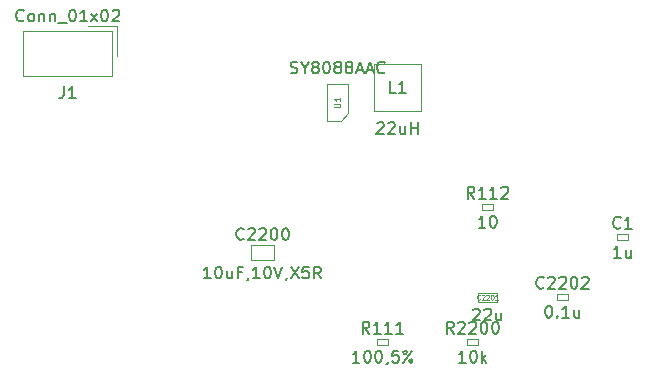
<source format=gbr>
G04 #@! TF.FileFunction,Other,Fab,Top*
%FSLAX46Y46*%
G04 Gerber Fmt 4.6, Leading zero omitted, Abs format (unit mm)*
G04 Created by KiCad (PCBNEW 4.0.7-e2-6376~61~ubuntu18.04.1) date Thu Jan  3 16:44:15 2019*
%MOMM*%
%LPD*%
G01*
G04 APERTURE LIST*
%ADD10C,0.100000*%
%ADD11C,0.150000*%
%ADD12C,0.075000*%
G04 APERTURE END LIST*
D10*
X165870000Y-118360000D02*
X165870000Y-117860000D01*
X166870000Y-118360000D02*
X165870000Y-118360000D01*
X166870000Y-117860000D02*
X166870000Y-118360000D01*
X165870000Y-117860000D02*
X166870000Y-117860000D01*
X134890000Y-120000000D02*
X134890000Y-118760000D01*
X136890000Y-120000000D02*
X134890000Y-120000000D01*
X136890000Y-118760000D02*
X136890000Y-120000000D01*
X134890000Y-118760000D02*
X136890000Y-118760000D01*
X154140000Y-123590000D02*
X154140000Y-122790000D01*
X155740000Y-123590000D02*
X154140000Y-123590000D01*
X155740000Y-122790000D02*
X155740000Y-123590000D01*
X154140000Y-122790000D02*
X155740000Y-122790000D01*
X160790000Y-123440000D02*
X160790000Y-122940000D01*
X161790000Y-123440000D02*
X160790000Y-123440000D01*
X161790000Y-122940000D02*
X161790000Y-123440000D01*
X160790000Y-122940000D02*
X161790000Y-122940000D01*
X123150000Y-104470000D02*
X123150000Y-100670000D01*
X123150000Y-100670000D02*
X115650000Y-100670000D01*
X115650000Y-100670000D02*
X115650000Y-104470000D01*
X115650000Y-104470000D02*
X123150000Y-104470000D01*
X123600000Y-102720000D02*
X123600000Y-100220000D01*
X123600000Y-100220000D02*
X121100000Y-100220000D01*
X145320000Y-103410000D02*
X145320000Y-107410000D01*
X145320000Y-107410000D02*
X149320000Y-107410000D01*
X149320000Y-107410000D02*
X149320000Y-103410000D01*
X149320000Y-103410000D02*
X145320000Y-103410000D01*
X145550000Y-127250000D02*
X145550000Y-126750000D01*
X146550000Y-127250000D02*
X145550000Y-127250000D01*
X146550000Y-126750000D02*
X146550000Y-127250000D01*
X145550000Y-126750000D02*
X146550000Y-126750000D01*
X154440000Y-115820000D02*
X154440000Y-115320000D01*
X155440000Y-115820000D02*
X154440000Y-115820000D01*
X155440000Y-115320000D02*
X155440000Y-115820000D01*
X154440000Y-115320000D02*
X155440000Y-115320000D01*
X153170000Y-127250000D02*
X153170000Y-126750000D01*
X154170000Y-127250000D02*
X153170000Y-127250000D01*
X154170000Y-126750000D02*
X154170000Y-127250000D01*
X153170000Y-126750000D02*
X154170000Y-126750000D01*
X143140000Y-107580000D02*
X142490000Y-108230000D01*
X141340000Y-108230000D02*
X142490000Y-108230000D01*
X143140000Y-107580000D02*
X143140000Y-105130000D01*
X141340000Y-105130000D02*
X143140000Y-105130000D01*
X141340000Y-108230000D02*
X141340000Y-105130000D01*
D11*
X166203334Y-119812381D02*
X165631905Y-119812381D01*
X165917619Y-119812381D02*
X165917619Y-118812381D01*
X165822381Y-118955238D01*
X165727143Y-119050476D01*
X165631905Y-119098095D01*
X167060477Y-119145714D02*
X167060477Y-119812381D01*
X166631905Y-119145714D02*
X166631905Y-119669524D01*
X166679524Y-119764762D01*
X166774762Y-119812381D01*
X166917620Y-119812381D01*
X167012858Y-119764762D01*
X167060477Y-119717143D01*
X166203334Y-117267143D02*
X166155715Y-117314762D01*
X166012858Y-117362381D01*
X165917620Y-117362381D01*
X165774762Y-117314762D01*
X165679524Y-117219524D01*
X165631905Y-117124286D01*
X165584286Y-116933810D01*
X165584286Y-116790952D01*
X165631905Y-116600476D01*
X165679524Y-116505238D01*
X165774762Y-116410000D01*
X165917620Y-116362381D01*
X166012858Y-116362381D01*
X166155715Y-116410000D01*
X166203334Y-116457619D01*
X167155715Y-117362381D02*
X166584286Y-117362381D01*
X166870000Y-117362381D02*
X166870000Y-116362381D01*
X166774762Y-116505238D01*
X166679524Y-116600476D01*
X166584286Y-116648095D01*
X131509048Y-121582381D02*
X130937619Y-121582381D01*
X131223333Y-121582381D02*
X131223333Y-120582381D01*
X131128095Y-120725238D01*
X131032857Y-120820476D01*
X130937619Y-120868095D01*
X132128095Y-120582381D02*
X132223334Y-120582381D01*
X132318572Y-120630000D01*
X132366191Y-120677619D01*
X132413810Y-120772857D01*
X132461429Y-120963333D01*
X132461429Y-121201429D01*
X132413810Y-121391905D01*
X132366191Y-121487143D01*
X132318572Y-121534762D01*
X132223334Y-121582381D01*
X132128095Y-121582381D01*
X132032857Y-121534762D01*
X131985238Y-121487143D01*
X131937619Y-121391905D01*
X131890000Y-121201429D01*
X131890000Y-120963333D01*
X131937619Y-120772857D01*
X131985238Y-120677619D01*
X132032857Y-120630000D01*
X132128095Y-120582381D01*
X133318572Y-120915714D02*
X133318572Y-121582381D01*
X132890000Y-120915714D02*
X132890000Y-121439524D01*
X132937619Y-121534762D01*
X133032857Y-121582381D01*
X133175715Y-121582381D01*
X133270953Y-121534762D01*
X133318572Y-121487143D01*
X134128096Y-121058571D02*
X133794762Y-121058571D01*
X133794762Y-121582381D02*
X133794762Y-120582381D01*
X134270953Y-120582381D01*
X134699524Y-121534762D02*
X134699524Y-121582381D01*
X134651905Y-121677619D01*
X134604286Y-121725238D01*
X135651905Y-121582381D02*
X135080476Y-121582381D01*
X135366190Y-121582381D02*
X135366190Y-120582381D01*
X135270952Y-120725238D01*
X135175714Y-120820476D01*
X135080476Y-120868095D01*
X136270952Y-120582381D02*
X136366191Y-120582381D01*
X136461429Y-120630000D01*
X136509048Y-120677619D01*
X136556667Y-120772857D01*
X136604286Y-120963333D01*
X136604286Y-121201429D01*
X136556667Y-121391905D01*
X136509048Y-121487143D01*
X136461429Y-121534762D01*
X136366191Y-121582381D01*
X136270952Y-121582381D01*
X136175714Y-121534762D01*
X136128095Y-121487143D01*
X136080476Y-121391905D01*
X136032857Y-121201429D01*
X136032857Y-120963333D01*
X136080476Y-120772857D01*
X136128095Y-120677619D01*
X136175714Y-120630000D01*
X136270952Y-120582381D01*
X136890000Y-120582381D02*
X137223333Y-121582381D01*
X137556667Y-120582381D01*
X137937619Y-121534762D02*
X137937619Y-121582381D01*
X137890000Y-121677619D01*
X137842381Y-121725238D01*
X138270952Y-120582381D02*
X138937619Y-121582381D01*
X138937619Y-120582381D02*
X138270952Y-121582381D01*
X139794762Y-120582381D02*
X139318571Y-120582381D01*
X139270952Y-121058571D01*
X139318571Y-121010952D01*
X139413809Y-120963333D01*
X139651905Y-120963333D01*
X139747143Y-121010952D01*
X139794762Y-121058571D01*
X139842381Y-121153810D01*
X139842381Y-121391905D01*
X139794762Y-121487143D01*
X139747143Y-121534762D01*
X139651905Y-121582381D01*
X139413809Y-121582381D01*
X139318571Y-121534762D01*
X139270952Y-121487143D01*
X140842381Y-121582381D02*
X140509047Y-121106190D01*
X140270952Y-121582381D02*
X140270952Y-120582381D01*
X140651905Y-120582381D01*
X140747143Y-120630000D01*
X140794762Y-120677619D01*
X140842381Y-120772857D01*
X140842381Y-120915714D01*
X140794762Y-121010952D01*
X140747143Y-121058571D01*
X140651905Y-121106190D01*
X140270952Y-121106190D01*
X134294762Y-118237143D02*
X134247143Y-118284762D01*
X134104286Y-118332381D01*
X134009048Y-118332381D01*
X133866190Y-118284762D01*
X133770952Y-118189524D01*
X133723333Y-118094286D01*
X133675714Y-117903810D01*
X133675714Y-117760952D01*
X133723333Y-117570476D01*
X133770952Y-117475238D01*
X133866190Y-117380000D01*
X134009048Y-117332381D01*
X134104286Y-117332381D01*
X134247143Y-117380000D01*
X134294762Y-117427619D01*
X134675714Y-117427619D02*
X134723333Y-117380000D01*
X134818571Y-117332381D01*
X135056667Y-117332381D01*
X135151905Y-117380000D01*
X135199524Y-117427619D01*
X135247143Y-117522857D01*
X135247143Y-117618095D01*
X135199524Y-117760952D01*
X134628095Y-118332381D01*
X135247143Y-118332381D01*
X135628095Y-117427619D02*
X135675714Y-117380000D01*
X135770952Y-117332381D01*
X136009048Y-117332381D01*
X136104286Y-117380000D01*
X136151905Y-117427619D01*
X136199524Y-117522857D01*
X136199524Y-117618095D01*
X136151905Y-117760952D01*
X135580476Y-118332381D01*
X136199524Y-118332381D01*
X136818571Y-117332381D02*
X136913810Y-117332381D01*
X137009048Y-117380000D01*
X137056667Y-117427619D01*
X137104286Y-117522857D01*
X137151905Y-117713333D01*
X137151905Y-117951429D01*
X137104286Y-118141905D01*
X137056667Y-118237143D01*
X137009048Y-118284762D01*
X136913810Y-118332381D01*
X136818571Y-118332381D01*
X136723333Y-118284762D01*
X136675714Y-118237143D01*
X136628095Y-118141905D01*
X136580476Y-117951429D01*
X136580476Y-117713333D01*
X136628095Y-117522857D01*
X136675714Y-117427619D01*
X136723333Y-117380000D01*
X136818571Y-117332381D01*
X137770952Y-117332381D02*
X137866191Y-117332381D01*
X137961429Y-117380000D01*
X138009048Y-117427619D01*
X138056667Y-117522857D01*
X138104286Y-117713333D01*
X138104286Y-117951429D01*
X138056667Y-118141905D01*
X138009048Y-118237143D01*
X137961429Y-118284762D01*
X137866191Y-118332381D01*
X137770952Y-118332381D01*
X137675714Y-118284762D01*
X137628095Y-118237143D01*
X137580476Y-118141905D01*
X137532857Y-117951429D01*
X137532857Y-117713333D01*
X137580476Y-117522857D01*
X137628095Y-117427619D01*
X137675714Y-117380000D01*
X137770952Y-117332381D01*
X153725714Y-124237619D02*
X153773333Y-124190000D01*
X153868571Y-124142381D01*
X154106667Y-124142381D01*
X154201905Y-124190000D01*
X154249524Y-124237619D01*
X154297143Y-124332857D01*
X154297143Y-124428095D01*
X154249524Y-124570952D01*
X153678095Y-125142381D01*
X154297143Y-125142381D01*
X154678095Y-124237619D02*
X154725714Y-124190000D01*
X154820952Y-124142381D01*
X155059048Y-124142381D01*
X155154286Y-124190000D01*
X155201905Y-124237619D01*
X155249524Y-124332857D01*
X155249524Y-124428095D01*
X155201905Y-124570952D01*
X154630476Y-125142381D01*
X155249524Y-125142381D01*
X156106667Y-124475714D02*
X156106667Y-125142381D01*
X155678095Y-124475714D02*
X155678095Y-124999524D01*
X155725714Y-125094762D01*
X155820952Y-125142381D01*
X155963810Y-125142381D01*
X156059048Y-125094762D01*
X156106667Y-125047143D01*
D12*
X154301906Y-123332857D02*
X154282858Y-123351905D01*
X154225715Y-123370952D01*
X154187620Y-123370952D01*
X154130477Y-123351905D01*
X154092382Y-123313810D01*
X154073334Y-123275714D01*
X154054286Y-123199524D01*
X154054286Y-123142381D01*
X154073334Y-123066190D01*
X154092382Y-123028095D01*
X154130477Y-122990000D01*
X154187620Y-122970952D01*
X154225715Y-122970952D01*
X154282858Y-122990000D01*
X154301906Y-123009048D01*
X154454286Y-123009048D02*
X154473334Y-122990000D01*
X154511429Y-122970952D01*
X154606667Y-122970952D01*
X154644763Y-122990000D01*
X154663810Y-123009048D01*
X154682858Y-123047143D01*
X154682858Y-123085238D01*
X154663810Y-123142381D01*
X154435239Y-123370952D01*
X154682858Y-123370952D01*
X154835238Y-123009048D02*
X154854286Y-122990000D01*
X154892381Y-122970952D01*
X154987619Y-122970952D01*
X155025715Y-122990000D01*
X155044762Y-123009048D01*
X155063810Y-123047143D01*
X155063810Y-123085238D01*
X155044762Y-123142381D01*
X154816191Y-123370952D01*
X155063810Y-123370952D01*
X155311429Y-122970952D02*
X155349524Y-122970952D01*
X155387619Y-122990000D01*
X155406667Y-123009048D01*
X155425714Y-123047143D01*
X155444762Y-123123333D01*
X155444762Y-123218571D01*
X155425714Y-123294762D01*
X155406667Y-123332857D01*
X155387619Y-123351905D01*
X155349524Y-123370952D01*
X155311429Y-123370952D01*
X155273333Y-123351905D01*
X155254286Y-123332857D01*
X155235238Y-123294762D01*
X155216190Y-123218571D01*
X155216190Y-123123333D01*
X155235238Y-123047143D01*
X155254286Y-123009048D01*
X155273333Y-122990000D01*
X155311429Y-122970952D01*
X155825714Y-123370952D02*
X155597142Y-123370952D01*
X155711428Y-123370952D02*
X155711428Y-122970952D01*
X155673333Y-123028095D01*
X155635238Y-123066190D01*
X155597142Y-123085238D01*
D11*
X160075714Y-123892381D02*
X160170953Y-123892381D01*
X160266191Y-123940000D01*
X160313810Y-123987619D01*
X160361429Y-124082857D01*
X160409048Y-124273333D01*
X160409048Y-124511429D01*
X160361429Y-124701905D01*
X160313810Y-124797143D01*
X160266191Y-124844762D01*
X160170953Y-124892381D01*
X160075714Y-124892381D01*
X159980476Y-124844762D01*
X159932857Y-124797143D01*
X159885238Y-124701905D01*
X159837619Y-124511429D01*
X159837619Y-124273333D01*
X159885238Y-124082857D01*
X159932857Y-123987619D01*
X159980476Y-123940000D01*
X160075714Y-123892381D01*
X160837619Y-124797143D02*
X160885238Y-124844762D01*
X160837619Y-124892381D01*
X160790000Y-124844762D01*
X160837619Y-124797143D01*
X160837619Y-124892381D01*
X161837619Y-124892381D02*
X161266190Y-124892381D01*
X161551904Y-124892381D02*
X161551904Y-123892381D01*
X161456666Y-124035238D01*
X161361428Y-124130476D01*
X161266190Y-124178095D01*
X162694762Y-124225714D02*
X162694762Y-124892381D01*
X162266190Y-124225714D02*
X162266190Y-124749524D01*
X162313809Y-124844762D01*
X162409047Y-124892381D01*
X162551905Y-124892381D01*
X162647143Y-124844762D01*
X162694762Y-124797143D01*
X159694762Y-122347143D02*
X159647143Y-122394762D01*
X159504286Y-122442381D01*
X159409048Y-122442381D01*
X159266190Y-122394762D01*
X159170952Y-122299524D01*
X159123333Y-122204286D01*
X159075714Y-122013810D01*
X159075714Y-121870952D01*
X159123333Y-121680476D01*
X159170952Y-121585238D01*
X159266190Y-121490000D01*
X159409048Y-121442381D01*
X159504286Y-121442381D01*
X159647143Y-121490000D01*
X159694762Y-121537619D01*
X160075714Y-121537619D02*
X160123333Y-121490000D01*
X160218571Y-121442381D01*
X160456667Y-121442381D01*
X160551905Y-121490000D01*
X160599524Y-121537619D01*
X160647143Y-121632857D01*
X160647143Y-121728095D01*
X160599524Y-121870952D01*
X160028095Y-122442381D01*
X160647143Y-122442381D01*
X161028095Y-121537619D02*
X161075714Y-121490000D01*
X161170952Y-121442381D01*
X161409048Y-121442381D01*
X161504286Y-121490000D01*
X161551905Y-121537619D01*
X161599524Y-121632857D01*
X161599524Y-121728095D01*
X161551905Y-121870952D01*
X160980476Y-122442381D01*
X161599524Y-122442381D01*
X162218571Y-121442381D02*
X162313810Y-121442381D01*
X162409048Y-121490000D01*
X162456667Y-121537619D01*
X162504286Y-121632857D01*
X162551905Y-121823333D01*
X162551905Y-122061429D01*
X162504286Y-122251905D01*
X162456667Y-122347143D01*
X162409048Y-122394762D01*
X162313810Y-122442381D01*
X162218571Y-122442381D01*
X162123333Y-122394762D01*
X162075714Y-122347143D01*
X162028095Y-122251905D01*
X161980476Y-122061429D01*
X161980476Y-121823333D01*
X162028095Y-121632857D01*
X162075714Y-121537619D01*
X162123333Y-121490000D01*
X162218571Y-121442381D01*
X162932857Y-121537619D02*
X162980476Y-121490000D01*
X163075714Y-121442381D01*
X163313810Y-121442381D01*
X163409048Y-121490000D01*
X163456667Y-121537619D01*
X163504286Y-121632857D01*
X163504286Y-121728095D01*
X163456667Y-121870952D01*
X162885238Y-122442381D01*
X163504286Y-122442381D01*
X115661905Y-99727143D02*
X115614286Y-99774762D01*
X115471429Y-99822381D01*
X115376191Y-99822381D01*
X115233333Y-99774762D01*
X115138095Y-99679524D01*
X115090476Y-99584286D01*
X115042857Y-99393810D01*
X115042857Y-99250952D01*
X115090476Y-99060476D01*
X115138095Y-98965238D01*
X115233333Y-98870000D01*
X115376191Y-98822381D01*
X115471429Y-98822381D01*
X115614286Y-98870000D01*
X115661905Y-98917619D01*
X116233333Y-99822381D02*
X116138095Y-99774762D01*
X116090476Y-99727143D01*
X116042857Y-99631905D01*
X116042857Y-99346190D01*
X116090476Y-99250952D01*
X116138095Y-99203333D01*
X116233333Y-99155714D01*
X116376191Y-99155714D01*
X116471429Y-99203333D01*
X116519048Y-99250952D01*
X116566667Y-99346190D01*
X116566667Y-99631905D01*
X116519048Y-99727143D01*
X116471429Y-99774762D01*
X116376191Y-99822381D01*
X116233333Y-99822381D01*
X116995238Y-99155714D02*
X116995238Y-99822381D01*
X116995238Y-99250952D02*
X117042857Y-99203333D01*
X117138095Y-99155714D01*
X117280953Y-99155714D01*
X117376191Y-99203333D01*
X117423810Y-99298571D01*
X117423810Y-99822381D01*
X117900000Y-99155714D02*
X117900000Y-99822381D01*
X117900000Y-99250952D02*
X117947619Y-99203333D01*
X118042857Y-99155714D01*
X118185715Y-99155714D01*
X118280953Y-99203333D01*
X118328572Y-99298571D01*
X118328572Y-99822381D01*
X118566667Y-99917619D02*
X119328572Y-99917619D01*
X119757143Y-98822381D02*
X119852382Y-98822381D01*
X119947620Y-98870000D01*
X119995239Y-98917619D01*
X120042858Y-99012857D01*
X120090477Y-99203333D01*
X120090477Y-99441429D01*
X120042858Y-99631905D01*
X119995239Y-99727143D01*
X119947620Y-99774762D01*
X119852382Y-99822381D01*
X119757143Y-99822381D01*
X119661905Y-99774762D01*
X119614286Y-99727143D01*
X119566667Y-99631905D01*
X119519048Y-99441429D01*
X119519048Y-99203333D01*
X119566667Y-99012857D01*
X119614286Y-98917619D01*
X119661905Y-98870000D01*
X119757143Y-98822381D01*
X121042858Y-99822381D02*
X120471429Y-99822381D01*
X120757143Y-99822381D02*
X120757143Y-98822381D01*
X120661905Y-98965238D01*
X120566667Y-99060476D01*
X120471429Y-99108095D01*
X121376191Y-99822381D02*
X121900001Y-99155714D01*
X121376191Y-99155714D02*
X121900001Y-99822381D01*
X122471429Y-98822381D02*
X122566668Y-98822381D01*
X122661906Y-98870000D01*
X122709525Y-98917619D01*
X122757144Y-99012857D01*
X122804763Y-99203333D01*
X122804763Y-99441429D01*
X122757144Y-99631905D01*
X122709525Y-99727143D01*
X122661906Y-99774762D01*
X122566668Y-99822381D01*
X122471429Y-99822381D01*
X122376191Y-99774762D01*
X122328572Y-99727143D01*
X122280953Y-99631905D01*
X122233334Y-99441429D01*
X122233334Y-99203333D01*
X122280953Y-99012857D01*
X122328572Y-98917619D01*
X122376191Y-98870000D01*
X122471429Y-98822381D01*
X123185715Y-98917619D02*
X123233334Y-98870000D01*
X123328572Y-98822381D01*
X123566668Y-98822381D01*
X123661906Y-98870000D01*
X123709525Y-98917619D01*
X123757144Y-99012857D01*
X123757144Y-99108095D01*
X123709525Y-99250952D01*
X123138096Y-99822381D01*
X123757144Y-99822381D01*
X119066667Y-105322381D02*
X119066667Y-106036667D01*
X119019047Y-106179524D01*
X118923809Y-106274762D01*
X118780952Y-106322381D01*
X118685714Y-106322381D01*
X120066667Y-106322381D02*
X119495238Y-106322381D01*
X119780952Y-106322381D02*
X119780952Y-105322381D01*
X119685714Y-105465238D01*
X119590476Y-105560476D01*
X119495238Y-105608095D01*
X145581905Y-108457619D02*
X145629524Y-108410000D01*
X145724762Y-108362381D01*
X145962858Y-108362381D01*
X146058096Y-108410000D01*
X146105715Y-108457619D01*
X146153334Y-108552857D01*
X146153334Y-108648095D01*
X146105715Y-108790952D01*
X145534286Y-109362381D01*
X146153334Y-109362381D01*
X146534286Y-108457619D02*
X146581905Y-108410000D01*
X146677143Y-108362381D01*
X146915239Y-108362381D01*
X147010477Y-108410000D01*
X147058096Y-108457619D01*
X147105715Y-108552857D01*
X147105715Y-108648095D01*
X147058096Y-108790952D01*
X146486667Y-109362381D01*
X147105715Y-109362381D01*
X147962858Y-108695714D02*
X147962858Y-109362381D01*
X147534286Y-108695714D02*
X147534286Y-109219524D01*
X147581905Y-109314762D01*
X147677143Y-109362381D01*
X147820001Y-109362381D01*
X147915239Y-109314762D01*
X147962858Y-109267143D01*
X148439048Y-109362381D02*
X148439048Y-108362381D01*
X148439048Y-108838571D02*
X149010477Y-108838571D01*
X149010477Y-109362381D02*
X149010477Y-108362381D01*
X147153334Y-105862381D02*
X146677143Y-105862381D01*
X146677143Y-104862381D01*
X148010477Y-105862381D02*
X147439048Y-105862381D01*
X147724762Y-105862381D02*
X147724762Y-104862381D01*
X147629524Y-105005238D01*
X147534286Y-105100476D01*
X147439048Y-105148095D01*
X144097620Y-128702381D02*
X143526191Y-128702381D01*
X143811905Y-128702381D02*
X143811905Y-127702381D01*
X143716667Y-127845238D01*
X143621429Y-127940476D01*
X143526191Y-127988095D01*
X144716667Y-127702381D02*
X144811906Y-127702381D01*
X144907144Y-127750000D01*
X144954763Y-127797619D01*
X145002382Y-127892857D01*
X145050001Y-128083333D01*
X145050001Y-128321429D01*
X145002382Y-128511905D01*
X144954763Y-128607143D01*
X144907144Y-128654762D01*
X144811906Y-128702381D01*
X144716667Y-128702381D01*
X144621429Y-128654762D01*
X144573810Y-128607143D01*
X144526191Y-128511905D01*
X144478572Y-128321429D01*
X144478572Y-128083333D01*
X144526191Y-127892857D01*
X144573810Y-127797619D01*
X144621429Y-127750000D01*
X144716667Y-127702381D01*
X145669048Y-127702381D02*
X145764287Y-127702381D01*
X145859525Y-127750000D01*
X145907144Y-127797619D01*
X145954763Y-127892857D01*
X146002382Y-128083333D01*
X146002382Y-128321429D01*
X145954763Y-128511905D01*
X145907144Y-128607143D01*
X145859525Y-128654762D01*
X145764287Y-128702381D01*
X145669048Y-128702381D01*
X145573810Y-128654762D01*
X145526191Y-128607143D01*
X145478572Y-128511905D01*
X145430953Y-128321429D01*
X145430953Y-128083333D01*
X145478572Y-127892857D01*
X145526191Y-127797619D01*
X145573810Y-127750000D01*
X145669048Y-127702381D01*
X146478572Y-128654762D02*
X146478572Y-128702381D01*
X146430953Y-128797619D01*
X146383334Y-128845238D01*
X147383334Y-127702381D02*
X146907143Y-127702381D01*
X146859524Y-128178571D01*
X146907143Y-128130952D01*
X147002381Y-128083333D01*
X147240477Y-128083333D01*
X147335715Y-128130952D01*
X147383334Y-128178571D01*
X147430953Y-128273810D01*
X147430953Y-128511905D01*
X147383334Y-128607143D01*
X147335715Y-128654762D01*
X147240477Y-128702381D01*
X147002381Y-128702381D01*
X146907143Y-128654762D01*
X146859524Y-128607143D01*
X147811905Y-128702381D02*
X148573810Y-127702381D01*
X147954762Y-127702381D02*
X148050000Y-127750000D01*
X148097619Y-127845238D01*
X148050000Y-127940476D01*
X147954762Y-127988095D01*
X147859524Y-127940476D01*
X147811905Y-127845238D01*
X147859524Y-127750000D01*
X147954762Y-127702381D01*
X148526191Y-128654762D02*
X148573810Y-128559524D01*
X148526191Y-128464286D01*
X148430953Y-128416667D01*
X148335715Y-128464286D01*
X148288096Y-128559524D01*
X148335715Y-128654762D01*
X148430953Y-128702381D01*
X148526191Y-128654762D01*
X144930953Y-126252381D02*
X144597619Y-125776190D01*
X144359524Y-126252381D02*
X144359524Y-125252381D01*
X144740477Y-125252381D01*
X144835715Y-125300000D01*
X144883334Y-125347619D01*
X144930953Y-125442857D01*
X144930953Y-125585714D01*
X144883334Y-125680952D01*
X144835715Y-125728571D01*
X144740477Y-125776190D01*
X144359524Y-125776190D01*
X145883334Y-126252381D02*
X145311905Y-126252381D01*
X145597619Y-126252381D02*
X145597619Y-125252381D01*
X145502381Y-125395238D01*
X145407143Y-125490476D01*
X145311905Y-125538095D01*
X146835715Y-126252381D02*
X146264286Y-126252381D01*
X146550000Y-126252381D02*
X146550000Y-125252381D01*
X146454762Y-125395238D01*
X146359524Y-125490476D01*
X146264286Y-125538095D01*
X147788096Y-126252381D02*
X147216667Y-126252381D01*
X147502381Y-126252381D02*
X147502381Y-125252381D01*
X147407143Y-125395238D01*
X147311905Y-125490476D01*
X147216667Y-125538095D01*
X154749524Y-117272381D02*
X154178095Y-117272381D01*
X154463809Y-117272381D02*
X154463809Y-116272381D01*
X154368571Y-116415238D01*
X154273333Y-116510476D01*
X154178095Y-116558095D01*
X155368571Y-116272381D02*
X155463810Y-116272381D01*
X155559048Y-116320000D01*
X155606667Y-116367619D01*
X155654286Y-116462857D01*
X155701905Y-116653333D01*
X155701905Y-116891429D01*
X155654286Y-117081905D01*
X155606667Y-117177143D01*
X155559048Y-117224762D01*
X155463810Y-117272381D01*
X155368571Y-117272381D01*
X155273333Y-117224762D01*
X155225714Y-117177143D01*
X155178095Y-117081905D01*
X155130476Y-116891429D01*
X155130476Y-116653333D01*
X155178095Y-116462857D01*
X155225714Y-116367619D01*
X155273333Y-116320000D01*
X155368571Y-116272381D01*
X153820953Y-114822381D02*
X153487619Y-114346190D01*
X153249524Y-114822381D02*
X153249524Y-113822381D01*
X153630477Y-113822381D01*
X153725715Y-113870000D01*
X153773334Y-113917619D01*
X153820953Y-114012857D01*
X153820953Y-114155714D01*
X153773334Y-114250952D01*
X153725715Y-114298571D01*
X153630477Y-114346190D01*
X153249524Y-114346190D01*
X154773334Y-114822381D02*
X154201905Y-114822381D01*
X154487619Y-114822381D02*
X154487619Y-113822381D01*
X154392381Y-113965238D01*
X154297143Y-114060476D01*
X154201905Y-114108095D01*
X155725715Y-114822381D02*
X155154286Y-114822381D01*
X155440000Y-114822381D02*
X155440000Y-113822381D01*
X155344762Y-113965238D01*
X155249524Y-114060476D01*
X155154286Y-114108095D01*
X156106667Y-113917619D02*
X156154286Y-113870000D01*
X156249524Y-113822381D01*
X156487620Y-113822381D01*
X156582858Y-113870000D01*
X156630477Y-113917619D01*
X156678096Y-114012857D01*
X156678096Y-114108095D01*
X156630477Y-114250952D01*
X156059048Y-114822381D01*
X156678096Y-114822381D01*
X153074762Y-128702381D02*
X152503333Y-128702381D01*
X152789047Y-128702381D02*
X152789047Y-127702381D01*
X152693809Y-127845238D01*
X152598571Y-127940476D01*
X152503333Y-127988095D01*
X153693809Y-127702381D02*
X153789048Y-127702381D01*
X153884286Y-127750000D01*
X153931905Y-127797619D01*
X153979524Y-127892857D01*
X154027143Y-128083333D01*
X154027143Y-128321429D01*
X153979524Y-128511905D01*
X153931905Y-128607143D01*
X153884286Y-128654762D01*
X153789048Y-128702381D01*
X153693809Y-128702381D01*
X153598571Y-128654762D01*
X153550952Y-128607143D01*
X153503333Y-128511905D01*
X153455714Y-128321429D01*
X153455714Y-128083333D01*
X153503333Y-127892857D01*
X153550952Y-127797619D01*
X153598571Y-127750000D01*
X153693809Y-127702381D01*
X154455714Y-128702381D02*
X154455714Y-127702381D01*
X154550952Y-128321429D02*
X154836667Y-128702381D01*
X154836667Y-128035714D02*
X154455714Y-128416667D01*
X152074762Y-126252381D02*
X151741428Y-125776190D01*
X151503333Y-126252381D02*
X151503333Y-125252381D01*
X151884286Y-125252381D01*
X151979524Y-125300000D01*
X152027143Y-125347619D01*
X152074762Y-125442857D01*
X152074762Y-125585714D01*
X152027143Y-125680952D01*
X151979524Y-125728571D01*
X151884286Y-125776190D01*
X151503333Y-125776190D01*
X152455714Y-125347619D02*
X152503333Y-125300000D01*
X152598571Y-125252381D01*
X152836667Y-125252381D01*
X152931905Y-125300000D01*
X152979524Y-125347619D01*
X153027143Y-125442857D01*
X153027143Y-125538095D01*
X152979524Y-125680952D01*
X152408095Y-126252381D01*
X153027143Y-126252381D01*
X153408095Y-125347619D02*
X153455714Y-125300000D01*
X153550952Y-125252381D01*
X153789048Y-125252381D01*
X153884286Y-125300000D01*
X153931905Y-125347619D01*
X153979524Y-125442857D01*
X153979524Y-125538095D01*
X153931905Y-125680952D01*
X153360476Y-126252381D01*
X153979524Y-126252381D01*
X154598571Y-125252381D02*
X154693810Y-125252381D01*
X154789048Y-125300000D01*
X154836667Y-125347619D01*
X154884286Y-125442857D01*
X154931905Y-125633333D01*
X154931905Y-125871429D01*
X154884286Y-126061905D01*
X154836667Y-126157143D01*
X154789048Y-126204762D01*
X154693810Y-126252381D01*
X154598571Y-126252381D01*
X154503333Y-126204762D01*
X154455714Y-126157143D01*
X154408095Y-126061905D01*
X154360476Y-125871429D01*
X154360476Y-125633333D01*
X154408095Y-125442857D01*
X154455714Y-125347619D01*
X154503333Y-125300000D01*
X154598571Y-125252381D01*
X155550952Y-125252381D02*
X155646191Y-125252381D01*
X155741429Y-125300000D01*
X155789048Y-125347619D01*
X155836667Y-125442857D01*
X155884286Y-125633333D01*
X155884286Y-125871429D01*
X155836667Y-126061905D01*
X155789048Y-126157143D01*
X155741429Y-126204762D01*
X155646191Y-126252381D01*
X155550952Y-126252381D01*
X155455714Y-126204762D01*
X155408095Y-126157143D01*
X155360476Y-126061905D01*
X155312857Y-125871429D01*
X155312857Y-125633333D01*
X155360476Y-125442857D01*
X155408095Y-125347619D01*
X155455714Y-125300000D01*
X155550952Y-125252381D01*
X138263809Y-104184762D02*
X138406666Y-104232381D01*
X138644762Y-104232381D01*
X138740000Y-104184762D01*
X138787619Y-104137143D01*
X138835238Y-104041905D01*
X138835238Y-103946667D01*
X138787619Y-103851429D01*
X138740000Y-103803810D01*
X138644762Y-103756190D01*
X138454285Y-103708571D01*
X138359047Y-103660952D01*
X138311428Y-103613333D01*
X138263809Y-103518095D01*
X138263809Y-103422857D01*
X138311428Y-103327619D01*
X138359047Y-103280000D01*
X138454285Y-103232381D01*
X138692381Y-103232381D01*
X138835238Y-103280000D01*
X139454285Y-103756190D02*
X139454285Y-104232381D01*
X139120952Y-103232381D02*
X139454285Y-103756190D01*
X139787619Y-103232381D01*
X140263809Y-103660952D02*
X140168571Y-103613333D01*
X140120952Y-103565714D01*
X140073333Y-103470476D01*
X140073333Y-103422857D01*
X140120952Y-103327619D01*
X140168571Y-103280000D01*
X140263809Y-103232381D01*
X140454286Y-103232381D01*
X140549524Y-103280000D01*
X140597143Y-103327619D01*
X140644762Y-103422857D01*
X140644762Y-103470476D01*
X140597143Y-103565714D01*
X140549524Y-103613333D01*
X140454286Y-103660952D01*
X140263809Y-103660952D01*
X140168571Y-103708571D01*
X140120952Y-103756190D01*
X140073333Y-103851429D01*
X140073333Y-104041905D01*
X140120952Y-104137143D01*
X140168571Y-104184762D01*
X140263809Y-104232381D01*
X140454286Y-104232381D01*
X140549524Y-104184762D01*
X140597143Y-104137143D01*
X140644762Y-104041905D01*
X140644762Y-103851429D01*
X140597143Y-103756190D01*
X140549524Y-103708571D01*
X140454286Y-103660952D01*
X141263809Y-103232381D02*
X141359048Y-103232381D01*
X141454286Y-103280000D01*
X141501905Y-103327619D01*
X141549524Y-103422857D01*
X141597143Y-103613333D01*
X141597143Y-103851429D01*
X141549524Y-104041905D01*
X141501905Y-104137143D01*
X141454286Y-104184762D01*
X141359048Y-104232381D01*
X141263809Y-104232381D01*
X141168571Y-104184762D01*
X141120952Y-104137143D01*
X141073333Y-104041905D01*
X141025714Y-103851429D01*
X141025714Y-103613333D01*
X141073333Y-103422857D01*
X141120952Y-103327619D01*
X141168571Y-103280000D01*
X141263809Y-103232381D01*
X142168571Y-103660952D02*
X142073333Y-103613333D01*
X142025714Y-103565714D01*
X141978095Y-103470476D01*
X141978095Y-103422857D01*
X142025714Y-103327619D01*
X142073333Y-103280000D01*
X142168571Y-103232381D01*
X142359048Y-103232381D01*
X142454286Y-103280000D01*
X142501905Y-103327619D01*
X142549524Y-103422857D01*
X142549524Y-103470476D01*
X142501905Y-103565714D01*
X142454286Y-103613333D01*
X142359048Y-103660952D01*
X142168571Y-103660952D01*
X142073333Y-103708571D01*
X142025714Y-103756190D01*
X141978095Y-103851429D01*
X141978095Y-104041905D01*
X142025714Y-104137143D01*
X142073333Y-104184762D01*
X142168571Y-104232381D01*
X142359048Y-104232381D01*
X142454286Y-104184762D01*
X142501905Y-104137143D01*
X142549524Y-104041905D01*
X142549524Y-103851429D01*
X142501905Y-103756190D01*
X142454286Y-103708571D01*
X142359048Y-103660952D01*
X143120952Y-103660952D02*
X143025714Y-103613333D01*
X142978095Y-103565714D01*
X142930476Y-103470476D01*
X142930476Y-103422857D01*
X142978095Y-103327619D01*
X143025714Y-103280000D01*
X143120952Y-103232381D01*
X143311429Y-103232381D01*
X143406667Y-103280000D01*
X143454286Y-103327619D01*
X143501905Y-103422857D01*
X143501905Y-103470476D01*
X143454286Y-103565714D01*
X143406667Y-103613333D01*
X143311429Y-103660952D01*
X143120952Y-103660952D01*
X143025714Y-103708571D01*
X142978095Y-103756190D01*
X142930476Y-103851429D01*
X142930476Y-104041905D01*
X142978095Y-104137143D01*
X143025714Y-104184762D01*
X143120952Y-104232381D01*
X143311429Y-104232381D01*
X143406667Y-104184762D01*
X143454286Y-104137143D01*
X143501905Y-104041905D01*
X143501905Y-103851429D01*
X143454286Y-103756190D01*
X143406667Y-103708571D01*
X143311429Y-103660952D01*
X143882857Y-103946667D02*
X144359048Y-103946667D01*
X143787619Y-104232381D02*
X144120952Y-103232381D01*
X144454286Y-104232381D01*
X144740000Y-103946667D02*
X145216191Y-103946667D01*
X144644762Y-104232381D02*
X144978095Y-103232381D01*
X145311429Y-104232381D01*
X146216191Y-104137143D02*
X146168572Y-104184762D01*
X146025715Y-104232381D01*
X145930477Y-104232381D01*
X145787619Y-104184762D01*
X145692381Y-104089524D01*
X145644762Y-103994286D01*
X145597143Y-103803810D01*
X145597143Y-103660952D01*
X145644762Y-103470476D01*
X145692381Y-103375238D01*
X145787619Y-103280000D01*
X145930477Y-103232381D01*
X146025715Y-103232381D01*
X146168572Y-103280000D01*
X146216191Y-103327619D01*
D12*
X141966190Y-107060952D02*
X142370952Y-107060952D01*
X142418571Y-107037143D01*
X142442381Y-107013333D01*
X142466190Y-106965714D01*
X142466190Y-106870476D01*
X142442381Y-106822857D01*
X142418571Y-106799048D01*
X142370952Y-106775238D01*
X141966190Y-106775238D01*
X142466190Y-106275238D02*
X142466190Y-106560952D01*
X142466190Y-106418095D02*
X141966190Y-106418095D01*
X142037619Y-106465714D01*
X142085238Y-106513333D01*
X142109048Y-106560952D01*
M02*

</source>
